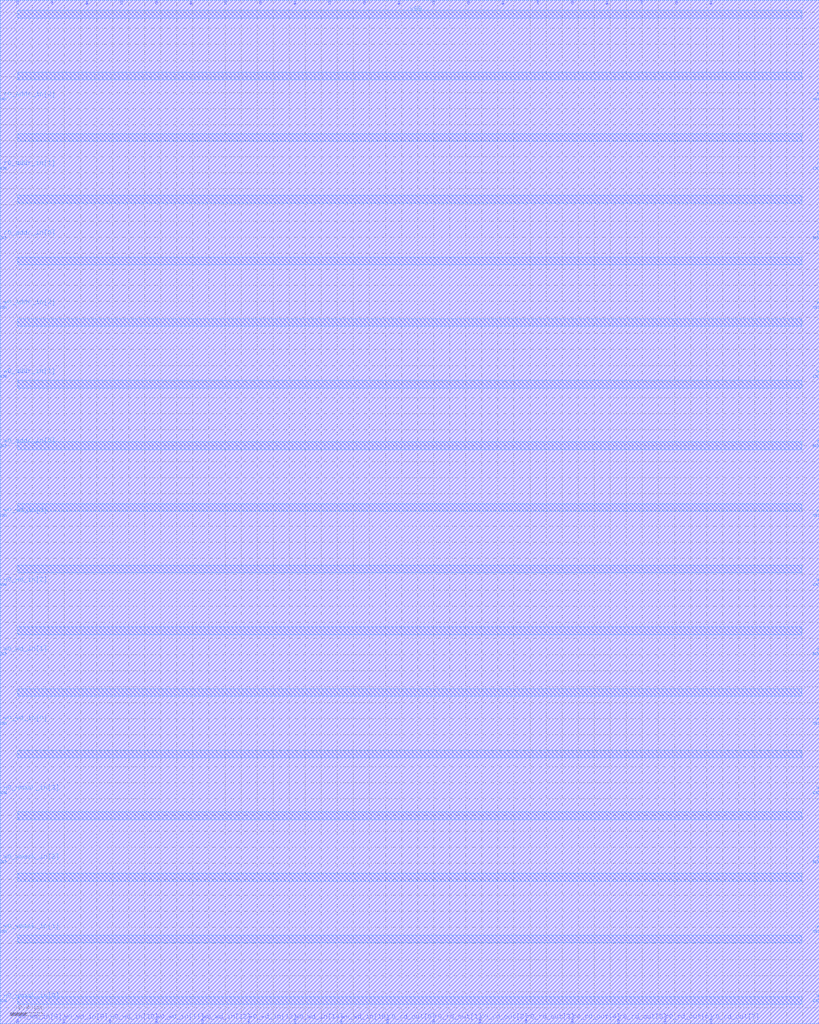
<source format=lef>
VERSION 5.7 ;
BUSBITCHARS "[]" ;
MACRO fakeram_16x52_1r1w
  FOREIGN fakeram_16x52_1r1w 0 0 ;
  SYMMETRY X Y R90 ;
  SIZE 10.203 BY 12.753 ;
  CLASS BLOCK ;
  PIN w0_wmask_in[0]
    DIRECTION INPUT ;
    USE SIGNAL ;
    SHAPE ABUTMENT ;
    PORT
      LAYER M4 ;
      RECT 0.000 0.276 0.072 0.300 ;
    END
  END w0_wmask_in[0]
  PIN w0_wmask_in[1]
    DIRECTION INPUT ;
    USE SIGNAL ;
    SHAPE ABUTMENT ;
    PORT
      LAYER M4 ;
      RECT 0.000 1.140 0.072 1.164 ;
    END
  END w0_wmask_in[1]
  PIN w0_wmask_in[2]
    DIRECTION INPUT ;
    USE SIGNAL ;
    SHAPE ABUTMENT ;
    PORT
      LAYER M4 ;
      RECT 0.000 2.004 0.072 2.028 ;
    END
  END w0_wmask_in[2]
  PIN w0_wmask_in[3]
    DIRECTION INPUT ;
    USE SIGNAL ;
    SHAPE ABUTMENT ;
    PORT
      LAYER M4 ;
      RECT 0.000 2.868 0.072 2.892 ;
    END
  END w0_wmask_in[3]
  PIN w0_wmask_in[4]
    DIRECTION INPUT ;
    USE SIGNAL ;
    SHAPE ABUTMENT ;
    PORT
      LAYER M4 ;
      RECT 10.131 0.276 10.203 0.300 ;
    END
  END w0_wmask_in[4]
  PIN w0_wmask_in[5]
    DIRECTION INPUT ;
    USE SIGNAL ;
    SHAPE ABUTMENT ;
    PORT
      LAYER M4 ;
      RECT 10.131 1.140 10.203 1.164 ;
    END
  END w0_wmask_in[5]
  PIN w0_wmask_in[6]
    DIRECTION INPUT ;
    USE SIGNAL ;
    SHAPE ABUTMENT ;
    PORT
      LAYER M4 ;
      RECT 10.131 2.004 10.203 2.028 ;
    END
  END w0_wmask_in[6]
  PIN w0_wmask_in[7]
    DIRECTION INPUT ;
    USE SIGNAL ;
    SHAPE ABUTMENT ;
    PORT
      LAYER M4 ;
      RECT 10.131 2.868 10.203 2.892 ;
    END
  END w0_wmask_in[7]
  PIN w0_wmask_in[8]
    DIRECTION INPUT ;
    USE SIGNAL ;
    SHAPE ABUTMENT ;
    PORT
      LAYER M3 ;
      RECT 0.207 12.699 0.225 12.753 ;
    END
  END w0_wmask_in[8]
  PIN w0_wmask_in[9]
    DIRECTION INPUT ;
    USE SIGNAL ;
    SHAPE ABUTMENT ;
    PORT
      LAYER M3 ;
      RECT 0.639 12.699 0.657 12.753 ;
    END
  END w0_wmask_in[9]
  PIN w0_wmask_in[10]
    DIRECTION INPUT ;
    USE SIGNAL ;
    SHAPE ABUTMENT ;
    PORT
      LAYER M3 ;
      RECT 1.071 12.699 1.089 12.753 ;
    END
  END w0_wmask_in[10]
  PIN w0_wmask_in[11]
    DIRECTION INPUT ;
    USE SIGNAL ;
    SHAPE ABUTMENT ;
    PORT
      LAYER M3 ;
      RECT 1.503 12.699 1.521 12.753 ;
    END
  END w0_wmask_in[11]
  PIN w0_wmask_in[12]
    DIRECTION INPUT ;
    USE SIGNAL ;
    SHAPE ABUTMENT ;
    PORT
      LAYER M3 ;
      RECT 1.935 12.699 1.953 12.753 ;
    END
  END w0_wmask_in[12]
  PIN w0_wmask_in[13]
    DIRECTION INPUT ;
    USE SIGNAL ;
    SHAPE ABUTMENT ;
    PORT
      LAYER M3 ;
      RECT 2.367 12.699 2.385 12.753 ;
    END
  END w0_wmask_in[13]
  PIN w0_wmask_in[14]
    DIRECTION INPUT ;
    USE SIGNAL ;
    SHAPE ABUTMENT ;
    PORT
      LAYER M3 ;
      RECT 2.799 12.699 2.817 12.753 ;
    END
  END w0_wmask_in[14]
  PIN w0_wmask_in[15]
    DIRECTION INPUT ;
    USE SIGNAL ;
    SHAPE ABUTMENT ;
    PORT
      LAYER M3 ;
      RECT 3.231 12.699 3.249 12.753 ;
    END
  END w0_wmask_in[15]
  PIN w0_wd_in[0]
    DIRECTION INPUT ;
    USE SIGNAL ;
    SHAPE ABUTMENT ;
    PORT
      LAYER M4 ;
      RECT 0.000 3.732 0.072 3.756 ;
    END
  END w0_wd_in[0]
  PIN w0_wd_in[1]
    DIRECTION INPUT ;
    USE SIGNAL ;
    SHAPE ABUTMENT ;
    PORT
      LAYER M4 ;
      RECT 0.000 4.596 0.072 4.620 ;
    END
  END w0_wd_in[1]
  PIN w0_wd_in[2]
    DIRECTION INPUT ;
    USE SIGNAL ;
    SHAPE ABUTMENT ;
    PORT
      LAYER M4 ;
      RECT 0.000 5.460 0.072 5.484 ;
    END
  END w0_wd_in[2]
  PIN w0_wd_in[3]
    DIRECTION INPUT ;
    USE SIGNAL ;
    SHAPE ABUTMENT ;
    PORT
      LAYER M4 ;
      RECT 0.000 6.324 0.072 6.348 ;
    END
  END w0_wd_in[3]
  PIN w0_wd_in[4]
    DIRECTION INPUT ;
    USE SIGNAL ;
    SHAPE ABUTMENT ;
    PORT
      LAYER M4 ;
      RECT 10.131 3.732 10.203 3.756 ;
    END
  END w0_wd_in[4]
  PIN w0_wd_in[5]
    DIRECTION INPUT ;
    USE SIGNAL ;
    SHAPE ABUTMENT ;
    PORT
      LAYER M4 ;
      RECT 10.131 4.596 10.203 4.620 ;
    END
  END w0_wd_in[5]
  PIN w0_wd_in[6]
    DIRECTION INPUT ;
    USE SIGNAL ;
    SHAPE ABUTMENT ;
    PORT
      LAYER M4 ;
      RECT 10.131 5.460 10.203 5.484 ;
    END
  END w0_wd_in[6]
  PIN w0_wd_in[7]
    DIRECTION INPUT ;
    USE SIGNAL ;
    SHAPE ABUTMENT ;
    PORT
      LAYER M4 ;
      RECT 10.131 6.324 10.203 6.348 ;
    END
  END w0_wd_in[7]
  PIN w0_wd_in[8]
    DIRECTION OUTPUT ;
    USE SIGNAL ;
    SHAPE ABUTMENT ;
    PORT
      LAYER M3 ;
      RECT 0.207 0.000 0.225 0.054 ;
    END
  END w0_wd_in[8]
  PIN w0_wd_in[9]
    DIRECTION OUTPUT ;
    USE SIGNAL ;
    SHAPE ABUTMENT ;
    PORT
      LAYER M3 ;
      RECT 0.783 0.000 0.801 0.054 ;
    END
  END w0_wd_in[9]
  PIN w0_wd_in[10]
    DIRECTION OUTPUT ;
    USE SIGNAL ;
    SHAPE ABUTMENT ;
    PORT
      LAYER M3 ;
      RECT 1.359 0.000 1.377 0.054 ;
    END
  END w0_wd_in[10]
  PIN w0_wd_in[11]
    DIRECTION OUTPUT ;
    USE SIGNAL ;
    SHAPE ABUTMENT ;
    PORT
      LAYER M3 ;
      RECT 1.935 0.000 1.953 0.054 ;
    END
  END w0_wd_in[11]
  PIN w0_wd_in[12]
    DIRECTION OUTPUT ;
    USE SIGNAL ;
    SHAPE ABUTMENT ;
    PORT
      LAYER M3 ;
      RECT 2.511 0.000 2.529 0.054 ;
    END
  END w0_wd_in[12]
  PIN w0_wd_in[13]
    DIRECTION OUTPUT ;
    USE SIGNAL ;
    SHAPE ABUTMENT ;
    PORT
      LAYER M3 ;
      RECT 3.087 0.000 3.105 0.054 ;
    END
  END w0_wd_in[13]
  PIN w0_wd_in[14]
    DIRECTION OUTPUT ;
    USE SIGNAL ;
    SHAPE ABUTMENT ;
    PORT
      LAYER M3 ;
      RECT 3.663 0.000 3.681 0.054 ;
    END
  END w0_wd_in[14]
  PIN w0_wd_in[15]
    DIRECTION OUTPUT ;
    USE SIGNAL ;
    SHAPE ABUTMENT ;
    PORT
      LAYER M3 ;
      RECT 4.239 0.000 4.257 0.054 ;
    END
  END w0_wd_in[15]
  PIN r0_rd_out[0]
    DIRECTION OUTPUT ;
    USE SIGNAL ;
    SHAPE ABUTMENT ;
    PORT
      LAYER M3 ;
      RECT 4.815 0.000 4.833 0.054 ;
    END
  END r0_rd_out[0]
  PIN r0_rd_out[1]
    DIRECTION OUTPUT ;
    USE SIGNAL ;
    SHAPE ABUTMENT ;
    PORT
      LAYER M3 ;
      RECT 5.391 0.000 5.409 0.054 ;
    END
  END r0_rd_out[1]
  PIN r0_rd_out[2]
    DIRECTION OUTPUT ;
    USE SIGNAL ;
    SHAPE ABUTMENT ;
    PORT
      LAYER M3 ;
      RECT 5.967 0.000 5.985 0.054 ;
    END
  END r0_rd_out[2]
  PIN r0_rd_out[3]
    DIRECTION OUTPUT ;
    USE SIGNAL ;
    SHAPE ABUTMENT ;
    PORT
      LAYER M3 ;
      RECT 6.543 0.000 6.561 0.054 ;
    END
  END r0_rd_out[3]
  PIN r0_rd_out[4]
    DIRECTION OUTPUT ;
    USE SIGNAL ;
    SHAPE ABUTMENT ;
    PORT
      LAYER M3 ;
      RECT 7.119 0.000 7.137 0.054 ;
    END
  END r0_rd_out[4]
  PIN r0_rd_out[5]
    DIRECTION OUTPUT ;
    USE SIGNAL ;
    SHAPE ABUTMENT ;
    PORT
      LAYER M3 ;
      RECT 7.695 0.000 7.713 0.054 ;
    END
  END r0_rd_out[5]
  PIN r0_rd_out[6]
    DIRECTION OUTPUT ;
    USE SIGNAL ;
    SHAPE ABUTMENT ;
    PORT
      LAYER M3 ;
      RECT 8.271 0.000 8.289 0.054 ;
    END
  END r0_rd_out[6]
  PIN r0_rd_out[7]
    DIRECTION OUTPUT ;
    USE SIGNAL ;
    SHAPE ABUTMENT ;
    PORT
      LAYER M3 ;
      RECT 8.847 0.000 8.865 0.054 ;
    END
  END r0_rd_out[7]
  PIN r0_rd_out[8]
    DIRECTION OUTPUT ;
    USE SIGNAL ;
    SHAPE ABUTMENT ;
    PORT
      LAYER M3 ;
      RECT 3.663 12.699 3.681 12.753 ;
    END
  END r0_rd_out[8]
  PIN r0_rd_out[9]
    DIRECTION OUTPUT ;
    USE SIGNAL ;
    SHAPE ABUTMENT ;
    PORT
      LAYER M3 ;
      RECT 4.095 12.699 4.113 12.753 ;
    END
  END r0_rd_out[9]
  PIN r0_rd_out[10]
    DIRECTION OUTPUT ;
    USE SIGNAL ;
    SHAPE ABUTMENT ;
    PORT
      LAYER M3 ;
      RECT 4.527 12.699 4.545 12.753 ;
    END
  END r0_rd_out[10]
  PIN r0_rd_out[11]
    DIRECTION OUTPUT ;
    USE SIGNAL ;
    SHAPE ABUTMENT ;
    PORT
      LAYER M3 ;
      RECT 4.959 12.699 4.977 12.753 ;
    END
  END r0_rd_out[11]
  PIN r0_rd_out[12]
    DIRECTION OUTPUT ;
    USE SIGNAL ;
    SHAPE ABUTMENT ;
    PORT
      LAYER M3 ;
      RECT 5.391 12.699 5.409 12.753 ;
    END
  END r0_rd_out[12]
  PIN r0_rd_out[13]
    DIRECTION OUTPUT ;
    USE SIGNAL ;
    SHAPE ABUTMENT ;
    PORT
      LAYER M3 ;
      RECT 5.823 12.699 5.841 12.753 ;
    END
  END r0_rd_out[13]
  PIN r0_rd_out[14]
    DIRECTION OUTPUT ;
    USE SIGNAL ;
    SHAPE ABUTMENT ;
    PORT
      LAYER M3 ;
      RECT 6.255 12.699 6.273 12.753 ;
    END
  END r0_rd_out[14]
  PIN r0_rd_out[15]
    DIRECTION OUTPUT ;
    USE SIGNAL ;
    SHAPE ABUTMENT ;
    PORT
      LAYER M3 ;
      RECT 6.687 12.699 6.705 12.753 ;
    END
  END r0_rd_out[15]
  PIN w0_addr_in[0]
    DIRECTION INPUT ;
    USE SIGNAL ;
    SHAPE ABUTMENT ;
    PORT
      LAYER M4 ;
      RECT 0.000 7.188 0.072 7.212 ;
    END
  END w0_addr_in[0]
  PIN w0_addr_in[1]
    DIRECTION INPUT ;
    USE SIGNAL ;
    SHAPE ABUTMENT ;
    PORT
      LAYER M4 ;
      RECT 0.000 8.052 0.072 8.076 ;
    END
  END w0_addr_in[1]
  PIN w0_addr_in[2]
    DIRECTION INPUT ;
    USE SIGNAL ;
    SHAPE ABUTMENT ;
    PORT
      LAYER M4 ;
      RECT 0.000 8.916 0.072 8.940 ;
    END
  END w0_addr_in[2]
  PIN w0_addr_in[3]
    DIRECTION INPUT ;
    USE SIGNAL ;
    SHAPE ABUTMENT ;
    PORT
      LAYER M4 ;
      RECT 10.131 7.188 10.203 7.212 ;
    END
  END w0_addr_in[3]
  PIN w0_addr_in[4]
    DIRECTION INPUT ;
    USE SIGNAL ;
    SHAPE ABUTMENT ;
    PORT
      LAYER M4 ;
      RECT 10.131 8.052 10.203 8.076 ;
    END
  END w0_addr_in[4]
  PIN w0_addr_in[5]
    DIRECTION INPUT ;
    USE SIGNAL ;
    SHAPE ABUTMENT ;
    PORT
      LAYER M4 ;
      RECT 10.131 8.916 10.203 8.940 ;
    END
  END w0_addr_in[5]
  PIN r0_addr_in[0]
    DIRECTION INPUT ;
    USE SIGNAL ;
    SHAPE ABUTMENT ;
    PORT
      LAYER M4 ;
      RECT 0.000 9.780 0.072 9.804 ;
    END
  END r0_addr_in[0]
  PIN r0_addr_in[1]
    DIRECTION INPUT ;
    USE SIGNAL ;
    SHAPE ABUTMENT ;
    PORT
      LAYER M4 ;
      RECT 0.000 10.644 0.072 10.668 ;
    END
  END r0_addr_in[1]
  PIN r0_addr_in[2]
    DIRECTION INPUT ;
    USE SIGNAL ;
    SHAPE ABUTMENT ;
    PORT
      LAYER M4 ;
      RECT 0.000 11.508 0.072 11.532 ;
    END
  END r0_addr_in[2]
  PIN r0_addr_in[3]
    DIRECTION INPUT ;
    USE SIGNAL ;
    SHAPE ABUTMENT ;
    PORT
      LAYER M4 ;
      RECT 10.131 9.780 10.203 9.804 ;
    END
  END r0_addr_in[3]
  PIN r0_addr_in[4]
    DIRECTION INPUT ;
    USE SIGNAL ;
    SHAPE ABUTMENT ;
    PORT
      LAYER M4 ;
      RECT 10.131 10.644 10.203 10.668 ;
    END
  END r0_addr_in[4]
  PIN r0_addr_in[5]
    DIRECTION INPUT ;
    USE SIGNAL ;
    SHAPE ABUTMENT ;
    PORT
      LAYER M4 ;
      RECT 10.131 11.508 10.203 11.532 ;
    END
  END r0_addr_in[5]
  PIN w0_we_in
    DIRECTION INPUT ;
    USE SIGNAL ;
    SHAPE ABUTMENT ;
    PORT
      LAYER M3 ;
      RECT 7.119 12.699 7.137 12.753 ;
    END
  END w0_we_in
  PIN w0_ce_in
    DIRECTION INPUT ;
    USE SIGNAL ;
    SHAPE ABUTMENT ;
    PORT
      LAYER M3 ;
      RECT 7.551 12.699 7.569 12.753 ;
    END
  END w0_ce_in
  PIN w0_clk
    DIRECTION INPUT ;
    USE SIGNAL ;
    SHAPE ABUTMENT ;
    PORT
      LAYER M3 ;
      RECT 7.983 12.699 8.001 12.753 ;
    END
  END w0_clk
  PIN r0_ce_in
    DIRECTION INPUT ;
    USE SIGNAL ;
    SHAPE ABUTMENT ;
    PORT
      LAYER M3 ;
      RECT 8.415 12.699 8.433 12.753 ;
    END
  END r0_ce_in
  PIN r0_clk
    DIRECTION INPUT ;
    USE SIGNAL ;
    SHAPE ABUTMENT ;
    PORT
      LAYER M3 ;
      RECT 8.847 12.699 8.865 12.753 ;
    END
  END r0_clk
  PIN VSS
    DIRECTION INOUT ;
    USE GROUND ;
    PORT
      LAYER M4 ;
      RECT 0.216 0.240 9.987 0.336 ;
      RECT 0.216 1.008 9.987 1.104 ;
      RECT 0.216 1.776 9.987 1.872 ;
      RECT 0.216 2.544 9.987 2.640 ;
      RECT 0.216 3.312 9.987 3.408 ;
      RECT 0.216 4.080 9.987 4.176 ;
      RECT 0.216 4.848 9.987 4.944 ;
      RECT 0.216 5.616 9.987 5.712 ;
      RECT 0.216 6.384 9.987 6.480 ;
      RECT 0.216 7.152 9.987 7.248 ;
      RECT 0.216 7.920 9.987 8.016 ;
      RECT 0.216 8.688 9.987 8.784 ;
      RECT 0.216 9.456 9.987 9.552 ;
      RECT 0.216 10.224 9.987 10.320 ;
      RECT 0.216 10.992 9.987 11.088 ;
      RECT 0.216 11.760 9.987 11.856 ;
      RECT 0.216 12.528 9.987 12.624 ;
    END
  END VSS
  PIN VDD
    DIRECTION INOUT ;
    USE POWER ;
    PORT
      LAYER M4 ;
      RECT 0.216 0.240 9.987 0.336 ;
      RECT 0.216 1.008 9.987 1.104 ;
      RECT 0.216 1.776 9.987 1.872 ;
      RECT 0.216 2.544 9.987 2.640 ;
      RECT 0.216 3.312 9.987 3.408 ;
      RECT 0.216 4.080 9.987 4.176 ;
      RECT 0.216 4.848 9.987 4.944 ;
      RECT 0.216 5.616 9.987 5.712 ;
      RECT 0.216 6.384 9.987 6.480 ;
      RECT 0.216 7.152 9.987 7.248 ;
      RECT 0.216 7.920 9.987 8.016 ;
      RECT 0.216 8.688 9.987 8.784 ;
      RECT 0.216 9.456 9.987 9.552 ;
      RECT 0.216 10.224 9.987 10.320 ;
      RECT 0.216 10.992 9.987 11.088 ;
      RECT 0.216 11.760 9.987 11.856 ;
      RECT 0.216 12.528 9.987 12.624 ;
    END
  END VDD
  OBS
    LAYER M1 ;
    RECT 0 0 10.203 12.753 ;
    LAYER M2 ;
    RECT 0 0 10.203 12.753 ;
    LAYER M3 ;
    RECT 0 0 10.203 12.753 ;
    LAYER M4 ;
    RECT 0 0 10.203 12.753 ;
  END
END fakeram_16x52_1r1w

END LIBRARY

</source>
